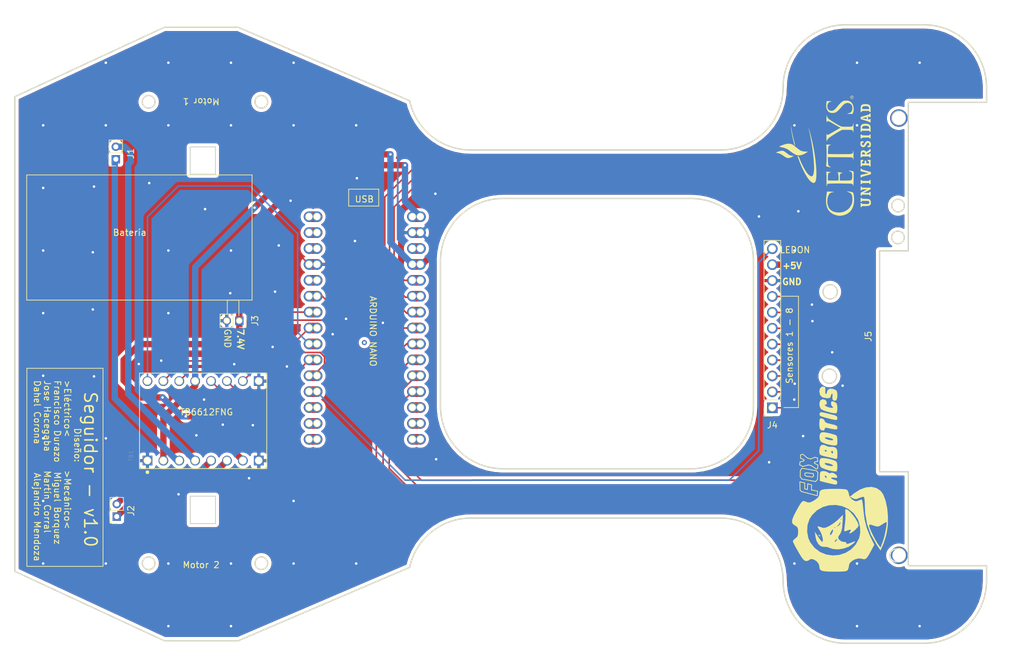
<source format=kicad_pcb>
(kicad_pcb (version 20171130) (host pcbnew "(5.1.6)-1")
  (layers (0 F.Cu signal) (31 B.Cu signal) (34 B.Paste user) (35 F.Paste user) (36 B.SilkS user) (37 F.SilkS user) (38 B.Mask user) (39 F.Mask user) (44 Edge.Cuts user))
  (net 0 "")
  (net 1 "Net-(A1-Pad3)")
  (net 2 "Net-(A1-Pad5)")
  (net 3 "Net-(A1-Pad13)")
  (net 4 "Net-(A1-Pad1)")
  (net 5 GND)
  (net 6 "Net-(A1-Pad14)")
  (net 7 "Net-(A1-Pad2)")
  (net 8 "Net-(A1-Pad15)")
  (net 9 "Net-(A1-Pad28)")
  (net 10 +5V)
  (net 11 "Net-(A1-Pad26)")
  (net 12 "Net-(A1-Pad25)")
  (net 13 "Net-(A1-Pad24)")
  (net 14 "Net-(A1-Pad23)")
  (net 15 "Net-(A1-Pad22)")
  (net 16 "Net-(A1-Pad21)")
  (net 17 "Net-(A1-Pad20)")
  (net 18 "Net-(A1-Pad19)")
  (net 19 "Net-(A1-Pad18)")
  (net 20 "Net-(A1-Pad17)")
  (net 21 "Net-(A1-Pad16)")
  (net 22 "Net-(J1-Pad2)")
  (net 23 "Net-(J1-Pad1)")
  (net 24 "Net-(J2-Pad1)")
  (net 25 "Net-(J2-Pad2)")
  (net 26 VCC)
  (net 27 "Net-(J5-Pad2)")
  (net 28 "Net-(J5-Pad1)")
  (net 29 /AIN1)
  (net 30 /BIN2)
  (net 31 /LEDON)
  (net 32 /AIN2)
  (net 33 /PWMA)
  (net 34 /PWMB)
  (net 35 /BIN1)
  (module Seguidor:foxrobotics2 (layer F.Cu) (at 206.18704 107.4039 90)
    (fp_text reference G*** hide)
    (fp_text value LOGO hide)
  )
  (module Seguidor:CETYS (layer F.Cu) (at 204.61 54.86 90)
    (fp_text reference G*** hide)
    (fp_text value LOGO hide)
  )
  (module Seguidor:NANO_33_Socket_Castell (layer F.Cu) (at 131.37 82.38 270)
    (fp_text reference A1)
    (fp_text value Arduino_Nano_v2.x)
    (pad 11 smd oval (at 7.62 8.255) (size 3 1.7) (layers F.Cu F.Mask) (net 30 /BIN2))
    (pad 12 thru_hole circle (at 10.16 8.89) (size 1.7 1.7) (drill 1) (layers *.Cu *.Mask) (net 31 /LEDON))
    (pad 3 smd oval (at -12.7 8.255) (size 3 1.7) (layers F.Cu F.Mask) (net 1 "Net-(A1-Pad3)"))
    (pad 5 smd oval (at -7.62 8.255) (size 3 1.7) (layers F.Cu F.Mask) (net 2 "Net-(A1-Pad5)"))
    (pad 13 smd oval (at 12.7 8.255) (size 3 1.7) (layers F.Cu F.Mask) (net 3 "Net-(A1-Pad13)"))
    (pad 12 smd oval (at 10.16 8.255) (size 3 1.7) (layers F.Cu F.Mask) (net 31 /LEDON))
    (pad 7 thru_hole circle (at -2.54 8.89) (size 1.7 1.7) (drill 1) (layers *.Cu *.Mask) (net 32 /AIN2))
    (pad 13 thru_hole oval (at 12.7 7.62) (size 1.7 1.7) (drill 1) (layers *.Cu *.Mask) (net 3 "Net-(A1-Pad13)"))
    (pad 1 thru_hole circle (at -17.78 8.89) (size 1.7 1.7) (drill 1) (layers *.Cu *.Mask) (net 4 "Net-(A1-Pad1)"))
    (pad 9 thru_hole oval (at 2.54 7.62) (size 1.7 1.7) (drill 1) (layers *.Cu *.Mask) (net 33 /PWMA))
    (pad 8 thru_hole oval (at 0 7.62) (size 1.7 1.7) (drill 1) (layers *.Cu *.Mask) (net 34 /PWMB))
    (pad 4 thru_hole circle (at -10.16 8.89) (size 1.7 1.7) (drill 1) (layers *.Cu *.Mask) (net 5 GND))
    (pad 8 thru_hole circle (at 0 8.89) (size 1.7 1.7) (drill 1) (layers *.Cu *.Mask) (net 34 /PWMB))
    (pad 9 thru_hole circle (at 2.54 8.89) (size 1.7 1.7) (drill 1) (layers *.Cu *.Mask) (net 33 /PWMA))
    (pad 1 smd oval (at -17.78 8.255) (size 3 1.7) (layers F.Cu F.Mask) (net 4 "Net-(A1-Pad1)"))
    (pad 14 smd oval (at 15.24 8.255) (size 3 1.7) (layers F.Cu F.Mask) (net 6 "Net-(A1-Pad14)"))
    (pad 6 thru_hole circle (at -5.08 8.89) (size 1.7 1.7) (drill 1) (layers *.Cu *.Mask) (net 29 /AIN1))
    (pad 10 thru_hole circle (at 5.08 8.89) (size 1.7 1.7) (drill 1) (layers *.Cu *.Mask) (net 35 /BIN1))
    (pad 7 thru_hole oval (at -2.54 7.62) (size 1.7 1.7) (drill 1) (layers *.Cu *.Mask) (net 32 /AIN2))
    (pad 4 smd oval (at -10.16 8.255) (size 3 1.7) (layers F.Cu F.Mask) (net 5 GND))
    (pad 10 thru_hole oval (at 5.08 7.62) (size 1.7 1.7) (drill 1) (layers *.Cu *.Mask) (net 35 /BIN1))
    (pad 11 thru_hole oval (at 7.62 7.62) (size 1.7 1.7) (drill 1) (layers *.Cu *.Mask) (net 30 /BIN2))
    (pad 10 smd oval (at 5.08 8.255) (size 3 1.7) (layers F.Cu F.Mask) (net 35 /BIN1))
    (pad 9 smd oval (at 2.54 8.255) (size 3 1.7) (layers F.Cu F.Mask) (net 33 /PWMA))
    (pad 11 thru_hole circle (at 7.62 8.89) (size 1.7 1.7) (drill 1) (layers *.Cu *.Mask) (net 30 /BIN2))
    (pad 6 thru_hole oval (at -5.08 7.62) (size 1.7 1.7) (drill 1) (layers *.Cu *.Mask) (net 29 /AIN1))
    (pad 14 thru_hole oval (at 15.24 7.62) (size 1.7 1.7) (drill 1) (layers *.Cu *.Mask) (net 6 "Net-(A1-Pad14)"))
    (pad 5 thru_hole oval (at -7.62 7.62) (size 1.7 1.7) (drill 1) (layers *.Cu *.Mask) (net 2 "Net-(A1-Pad5)"))
    (pad 4 thru_hole oval (at -10.16 7.62) (size 1.7 1.7) (drill 1) (layers *.Cu *.Mask) (net 5 GND))
    (pad 3 thru_hole oval (at -12.7 7.62) (size 1.7 1.7) (drill 1) (layers *.Cu *.Mask) (net 1 "Net-(A1-Pad3)"))
    (pad 2 thru_hole oval (at -15.24 7.62) (size 1.7 1.7) (drill 1) (layers *.Cu *.Mask) (net 7 "Net-(A1-Pad2)"))
    (pad 1 thru_hole circle (at -17.78 7.62) (size 1.7 1.7) (drill 1) (layers *.Cu *.Mask) (net 4 "Net-(A1-Pad1)"))
    (pad 7 smd oval (at -2.54 8.255) (size 3 1.7) (layers F.Cu F.Mask) (net 32 /AIN2))
    (pad 15 thru_hole oval (at 17.78 7.62) (size 1.7 1.7) (drill 1) (layers *.Cu *.Mask) (net 8 "Net-(A1-Pad15)"))
    (pad 6 smd oval (at -5.08 8.255) (size 3 1.7) (layers F.Cu F.Mask) (net 29 /AIN1))
    (pad 12 thru_hole oval (at 10.16 7.62) (size 1.7 1.7) (drill 1) (layers *.Cu *.Mask) (net 31 /LEDON))
    (pad 14 thru_hole circle (at 15.24 8.89) (size 1.7 1.7) (drill 1) (layers *.Cu *.Mask) (net 6 "Net-(A1-Pad14)"))
    (pad 5 thru_hole circle (at -7.62 8.89) (size 1.7 1.7) (drill 1) (layers *.Cu *.Mask) (net 2 "Net-(A1-Pad5)"))
    (pad 15 thru_hole circle (at 17.78 8.89) (size 1.7 1.7) (drill 1) (layers *.Cu *.Mask) (net 8 "Net-(A1-Pad15)"))
    (pad 8 smd oval (at 0 8.255) (size 3 1.7) (layers F.Cu F.Mask) (net 34 /PWMB))
    (pad 15 smd oval (at 17.78 8.255) (size 3 1.7) (layers F.Cu F.Mask) (net 8 "Net-(A1-Pad15)"))
    (pad 2 smd oval (at -15.24 8.255) (size 3 1.7) (layers F.Cu F.Mask) (net 7 "Net-(A1-Pad2)"))
    (pad 2 thru_hole circle (at -15.24 8.89) (size 1.7 1.7) (drill 1) (layers *.Cu *.Mask) (net 7 "Net-(A1-Pad2)"))
    (pad 13 thru_hole circle (at 12.7 8.89) (size 1.7 1.7) (drill 1) (layers *.Cu *.Mask) (net 3 "Net-(A1-Pad13)"))
    (pad 3 thru_hole circle (at -12.7 8.89) (size 1.7 1.7) (drill 1) (layers *.Cu *.Mask) (net 1 "Net-(A1-Pad3)"))
    (pad 30 smd oval (at -17.78 -8.255 180) (size 3 1.7) (layers F.Cu F.Mask) (net 26 VCC))
    (pad 29 smd oval (at -15.24 -8.255 180) (size 3 1.7) (layers F.Cu F.Mask) (net 5 GND))
    (pad 28 smd oval (at -12.7 -8.255 180) (size 3 1.7) (layers F.Cu F.Mask) (net 9 "Net-(A1-Pad28)"))
    (pad 27 smd oval (at -10.16 -8.255 180) (size 3 1.7) (layers F.Cu F.Mask) (net 10 +5V))
    (pad 26 smd oval (at -7.62 -8.255 180) (size 3 1.7) (layers F.Cu F.Mask) (net 11 "Net-(A1-Pad26)"))
    (pad 25 smd oval (at -5.08 -8.255 180) (size 3 1.7) (layers F.Cu F.Mask) (net 12 "Net-(A1-Pad25)"))
    (pad 24 smd oval (at -2.54 -8.255 180) (size 3 1.7) (layers F.Cu F.Mask) (net 13 "Net-(A1-Pad24)"))
    (pad 23 smd oval (at 0 -8.255 180) (size 3 1.7) (layers F.Cu F.Mask) (net 14 "Net-(A1-Pad23)"))
    (pad 22 smd oval (at 2.54 -8.255 180) (size 3 1.7) (layers F.Cu F.Mask) (net 15 "Net-(A1-Pad22)"))
    (pad 21 smd oval (at 5.08 -8.255 180) (size 3 1.7) (layers F.Cu F.Mask) (net 16 "Net-(A1-Pad21)"))
    (pad 20 smd oval (at 7.62 -8.255 180) (size 3 1.7) (layers F.Cu F.Mask) (net 17 "Net-(A1-Pad20)"))
    (pad 19 smd oval (at 10.16 -8.255 180) (size 3 1.7) (layers F.Cu F.Mask) (net 18 "Net-(A1-Pad19)"))
    (pad 18 smd oval (at 12.7 -8.255 180) (size 3 1.7) (layers F.Cu F.Mask) (net 19 "Net-(A1-Pad18)"))
    (pad 17 smd oval (at 15.24 -8.255 180) (size 3 1.7) (layers F.Cu F.Mask) (net 20 "Net-(A1-Pad17)"))
    (pad 29 thru_hole circle (at -15.24 -8.89 180) (size 1.7 1.7) (drill 1) (layers *.Cu *.Mask) (net 5 GND))
    (pad 30 thru_hole circle (at -17.78 -8.89 180) (size 1.7 1.7) (drill 1) (layers *.Cu *.Mask) (net 26 VCC))
    (pad 28 thru_hole circle (at -12.7 -8.89 180) (size 1.7 1.7) (drill 1) (layers *.Cu *.Mask) (net 9 "Net-(A1-Pad28)"))
    (pad 25 thru_hole circle (at -5.08 -8.89 180) (size 1.7 1.7) (drill 1) (layers *.Cu *.Mask) (net 12 "Net-(A1-Pad25)"))
    (pad 27 thru_hole circle (at -10.16 -8.89 180) (size 1.7 1.7) (drill 1) (layers *.Cu *.Mask) (net 10 +5V))
    (pad 26 thru_hole circle (at -7.62 -8.89 180) (size 1.7 1.7) (drill 1) (layers *.Cu *.Mask) (net 11 "Net-(A1-Pad26)"))
    (pad 23 thru_hole circle (at 0 -8.89 180) (size 1.7 1.7) (drill 1) (layers *.Cu *.Mask) (net 14 "Net-(A1-Pad23)"))
    (pad 24 thru_hole circle (at -2.54 -8.89 180) (size 1.7 1.7) (drill 1) (layers *.Cu *.Mask) (net 13 "Net-(A1-Pad24)"))
    (pad 22 thru_hole circle (at 2.54 -8.89 180) (size 1.7 1.7) (drill 1) (layers *.Cu *.Mask) (net 15 "Net-(A1-Pad22)"))
    (pad 20 thru_hole circle (at 7.62 -8.89 180) (size 1.7 1.7) (drill 1) (layers *.Cu *.Mask) (net 17 "Net-(A1-Pad20)"))
    (pad 21 thru_hole circle (at 5.08 -8.89 180) (size 1.7 1.7) (drill 1) (layers *.Cu *.Mask) (net 16 "Net-(A1-Pad21)"))
    (pad 19 thru_hole circle (at 10.16 -8.89 180) (size 1.7 1.7) (drill 1) (layers *.Cu *.Mask) (net 18 "Net-(A1-Pad19)"))
    (pad 18 thru_hole circle (at 12.7 -8.89 180) (size 1.7 1.7) (drill 1) (layers *.Cu *.Mask) (net 19 "Net-(A1-Pad18)"))
    (pad 17 thru_hole circle (at 15.24 -8.89 180) (size 1.7 1.7) (drill 1) (layers *.Cu *.Mask) (net 20 "Net-(A1-Pad17)"))
    (pad 16 smd oval (at 17.78 -8.255 180) (size 3 1.7) (layers F.Cu F.Mask) (net 21 "Net-(A1-Pad16)"))
    (pad 16 thru_hole circle (at 17.78 -8.89 180) (size 1.7 1.7) (drill 1) (layers *.Cu *.Mask) (net 21 "Net-(A1-Pad16)"))
    (pad 16 thru_hole circle (at 17.78 -7.62 180) (size 1.7 1.7) (drill 1) (layers *.Cu *.Mask) (net 21 "Net-(A1-Pad16)"))
    (pad 17 thru_hole oval (at 15.24 -7.62 180) (size 1.7 1.7) (drill 1) (layers *.Cu *.Mask) (net 20 "Net-(A1-Pad17)"))
    (pad 18 thru_hole oval (at 12.7 -7.62 180) (size 1.7 1.7) (drill 1) (layers *.Cu *.Mask) (net 19 "Net-(A1-Pad18)"))
    (pad 19 thru_hole oval (at 10.16 -7.62 180) (size 1.7 1.7) (drill 1) (layers *.Cu *.Mask) (net 18 "Net-(A1-Pad19)"))
    (pad 20 thru_hole oval (at 7.62 -7.62 180) (size 1.7 1.7) (drill 1) (layers *.Cu *.Mask) (net 17 "Net-(A1-Pad20)"))
    (pad 21 thru_hole oval (at 5.08 -7.62 180) (size 1.7 1.7) (drill 1) (layers *.Cu *.Mask) (net 16 "Net-(A1-Pad21)"))
    (pad 22 thru_hole oval (at 2.54 -7.62 180) (size 1.7 1.7) (drill 1) (layers *.Cu *.Mask) (net 15 "Net-(A1-Pad22)"))
    (pad 23 thru_hole oval (at 0 -7.62 180) (size 1.7 1.7) (drill 1) (layers *.Cu *.Mask) (net 14 "Net-(A1-Pad23)"))
    (pad 24 thru_hole oval (at -2.54 -7.62 180) (size 1.7 1.7) (drill 1) (layers *.Cu *.Mask) (net 13 "Net-(A1-Pad24)"))
    (pad 25 thru_hole oval (at -5.08 -7.62 180) (size 1.7 1.7) (drill 1) (layers *.Cu *.Mask) (net 12 "Net-(A1-Pad25)"))
    (pad 26 thru_hole oval (at -7.62 -7.62 180) (size 1.7 1.7) (drill 1) (layers *.Cu *.Mask) (net 11 "Net-(A1-Pad26)"))
    (pad 27 thru_hole oval (at -10.16 -7.62 180) (size 1.7 1.7) (drill 1) (layers *.Cu *.Mask) (net 10 +5V))
    (pad 28 thru_hole oval (at -12.7 -7.62 180) (size 1.7 1.7) (drill 1) (layers *.Cu *.Mask) (net 9 "Net-(A1-Pad28)"))
    (pad 29 thru_hole oval (at -15.24 -7.62 180) (size 1.7 1.7) (drill 1) (layers *.Cu *.Mask) (net 5 GND))
    (pad 30 thru_hole oval (at -17.78 -7.62 180) (size 1.7 1.7) (drill 1) (layers *.Cu *.Mask) (net 26 VCC))
  )
  (module Connector_PinSocket_2.00mm:PinSocket_1x02_P2.00mm_Vertical (layer F.Cu) (at 91.6 55.42 180)
    (fp_text reference J1 (at -2.39 0.91 270) (layer F.SilkS))
    (fp_text value "Motor 1")
    (pad 2 thru_hole oval (at 0 2 180) (size 1.35 1.35) (drill 0.8) (layers *.Cu *.Mask) (net 22 "Net-(J1-Pad2)"))
    (pad 1 thru_hole rect (at 0 0 180) (size 1.35 1.35) (drill 0.8) (layers *.Cu *.Mask) (net 23 "Net-(J1-Pad1)"))
  )
  (module Connector_PinSocket_2.00mm:PinSocket_1x02_P2.00mm_Vertical (layer F.Cu) (at 91.75 112.5 180)
    (fp_text reference J2 (at -2.27 0.93 90) (layer F.SilkS))
    (fp_text value "Motor 2")
    (pad 1 thru_hole rect (at 0 0 180) (size 1.35 1.35) (drill 0.8) (layers *.Cu *.Mask) (net 24 "Net-(J2-Pad1)"))
    (pad 2 thru_hole oval (at 0 2 180) (size 1.35 1.35) (drill 0.8) (layers *.Cu *.Mask) (net 25 "Net-(J2-Pad2)"))
  )
  (module Connector_PinSocket_2.00mm:PinSocket_1x02_P2.00mm_Vertical (layer F.Cu) (at 111.33 81.23 270)
    (fp_text reference J3 (at 0 -2.5 270) (layer F.SilkS))
    (fp_text value Batería)
    (pad 1 thru_hole rect (at 0 0 270) (size 1.35 1.35) (drill 0.8) (layers *.Cu *.Mask) (net 26 VCC))
    (pad 2 thru_hole oval (at 0 2 270) (size 1.35 1.35) (drill 0.8) (layers *.Cu *.Mask) (net 5 GND))
  )
  (module Connector_PinSocket_2.54mm:PinSocket_1x11_P2.54mm_Vertical (layer F.Cu) (at 196.48 95.12 180)
    (fp_text reference J4 (at 0 -2.77) (layer F.SilkS))
    (fp_text value "Sensor QTR")
    (pad 1 thru_hole rect (at 0 0 180) (size 1.7 1.7) (drill 1) (layers *.Cu *.Mask) (net 18 "Net-(A1-Pad19)"))
    (pad 2 thru_hole oval (at 0 2.54 180) (size 1.7 1.7) (drill 1) (layers *.Cu *.Mask) (net 17 "Net-(A1-Pad20)"))
    (pad 3 thru_hole oval (at 0 5.08 180) (size 1.7 1.7) (drill 1) (layers *.Cu *.Mask) (net 16 "Net-(A1-Pad21)"))
    (pad 4 thru_hole oval (at 0 7.62 180) (size 1.7 1.7) (drill 1) (layers *.Cu *.Mask) (net 15 "Net-(A1-Pad22)"))
    (pad 5 thru_hole oval (at 0 10.16 180) (size 1.7 1.7) (drill 1) (layers *.Cu *.Mask) (net 14 "Net-(A1-Pad23)"))
    (pad 6 thru_hole oval (at 0 12.7 180) (size 1.7 1.7) (drill 1) (layers *.Cu *.Mask) (net 13 "Net-(A1-Pad24)"))
    (pad 7 thru_hole oval (at 0 15.24 180) (size 1.7 1.7) (drill 1) (layers *.Cu *.Mask) (net 12 "Net-(A1-Pad25)"))
    (pad 8 thru_hole oval (at 0 17.78 180) (size 1.7 1.7) (drill 1) (layers *.Cu *.Mask) (net 11 "Net-(A1-Pad26)"))
    (pad 9 thru_hole oval (at 0 20.32 180) (size 1.7 1.7) (drill 1) (layers *.Cu *.Mask) (net 5 GND))
    (pad 10 thru_hole oval (at 0 22.86 180) (size 1.7 1.7) (drill 1) (layers *.Cu *.Mask) (net 10 +5V))
    (pad 11 thru_hole oval (at 0 25.4 180) (size 1.7 1.7) (drill 1) (layers *.Cu *.Mask) (net 31 /LEDON))
  )
  (module Seguidor:SHIELD_POLOLU-713 (layer F.Cu) (at 105.55 97.21 90)
    (fp_text reference TB1 (at -5.576673 -11.524334 90) (layer F.SilkS) (effects (font (size 0.640998 0.640998) (thickness 0.015))))
    (fp_text value POLOLU-713)
    (pad 1 thru_hole rect (at -6.35 -8.89 90) (size 1.56 1.56) (drill 1.04) (layers *.Cu *.Mask) (net 5 GND))
    (pad 2 thru_hole circle (at -6.35 -6.35 90) (size 1.56 1.56) (drill 1.04) (layers *.Cu *.Mask) (net 10 +5V))
    (pad 3 thru_hole circle (at -6.35 -3.81 90) (size 1.56 1.56) (drill 1.04) (layers *.Cu *.Mask) (net 23 "Net-(J1-Pad1)"))
    (pad 4 thru_hole circle (at -6.35 -1.27 90) (size 1.56 1.56) (drill 1.04) (layers *.Cu *.Mask) (net 22 "Net-(J1-Pad2)"))
    (pad 5 thru_hole circle (at -6.35 1.27 90) (size 1.56 1.56) (drill 1.04) (layers *.Cu *.Mask) (net 25 "Net-(J2-Pad2)"))
    (pad 6 thru_hole circle (at -6.35 3.81 90) (size 1.56 1.56) (drill 1.04) (layers *.Cu *.Mask) (net 24 "Net-(J2-Pad1)"))
    (pad 7 thru_hole circle (at -6.35 6.35 90) (size 1.56 1.56) (drill 1.04) (layers *.Cu *.Mask) (net 26 VCC))
    (pad 8 thru_hole rect (at -6.35 8.89 90) (size 1.56 1.56) (drill 1.04) (layers *.Cu *.Mask) (net 5 GND))
    (pad 9 thru_hole rect (at 6.35 8.89 90) (size 1.56 1.56) (drill 1.04) (layers *.Cu *.Mask) (net 5 GND))
    (pad 10 thru_hole circle (at 6.35 6.35 90) (size 1.56 1.56) (drill 1.04) (layers *.Cu *.Mask) (net 34 /PWMB))
    (pad 11 thru_hole circle (at 6.35 3.81 90) (size 1.56 1.56) (drill 1.04) (layers *.Cu *.Mask) (net 30 /BIN2))
    (pad 12 thru_hole circle (at 6.35 1.27 90) (size 1.56 1.56) (drill 1.04) (layers *.Cu *.Mask) (net 35 /BIN1))
    (pad 13 thru_hole circle (at 6.35 -1.27 90) (size 1.56 1.56) (drill 1.04) (layers *.Cu *.Mask) (net 10 +5V))
    (pad 14 thru_hole circle (at 6.35 -3.81 90) (size 1.56 1.56) (drill 1.04) (layers *.Cu *.Mask) (net 29 /AIN1))
    (pad 15 thru_hole circle (at 6.35 -6.35 90) (size 1.56 1.56) (drill 1.04) (layers *.Cu *.Mask) (net 32 /AIN2))
    (pad 16 thru_hole circle (at 6.35 -8.89 90) (size 1.56 1.56) (drill 1.04) (layers *.Cu *.Mask) (net 33 /PWMA))
  )
  (module Seguidor:QTR8A_Drill (layer F.Cu) (at 216.69 83.765 270)
    (fp_text reference J5 (at -0.04 4.88 90) (layer F.SilkS))
    (fp_text value "Montaje qtr")
    (pad 2 thru_hole circle (at 34.925 0 270) (size 2.8 2.8) (drill 2.1) (layers *.Cu *.Mask) (net 27 "Net-(J5-Pad2)"))
    (pad 1 thru_hole circle (at -34.925 0 270) (size 2.8 2.8) (drill 2.1) (layers *.Cu *.Mask) (net 28 "Net-(J5-Pad1)"))
  )
  (gr_line (start 128.8 62.9) (end 128.8 60.2) (layer F.SilkS) (width 0.12))
  (gr_line (start 133.6 62.9) (end 128.8 62.9) (layer F.SilkS) (width 0.12))
  (gr_line (start 133.6 60.2) (end 133.6 62.9) (layer F.SilkS) (width 0.12))
  (gr_line (start 128.8 60.2) (end 133.6 60.2) (layer F.SilkS) (width 0.12))
  (gr_text USB (at 131.3 61.8) (layer F.SilkS) (effects (font (size 1 1))))
  (gr_line (start 103.5 113.62) (end 103.5 109.25) (layer Edge.Cuts) (width 0.15))
  (gr_line (start 103.5 109.25) (end 107.52 109.25) (layer Edge.Cuts) (width 0.15))
  (gr_line (start 107.52 109.25) (end 107.52 113.62) (layer Edge.Cuts) (width 0.15))
  (gr_line (start 107.52 113.62) (end 103.5 113.62) (layer Edge.Cuts) (width 0.15))
  (gr_line (start 107.51 57.81) (end 103.49 57.81) (layer Edge.Cuts) (width 0.15))
  (gr_line (start 107.51 53.44) (end 107.51 57.81) (layer Edge.Cuts) (width 0.15))
  (gr_line (start 103.49 53.44) (end 107.51 53.44) (layer Edge.Cuts) (width 0.15))
  (gr_line (start 103.49 57.81) (end 103.49 53.44) (layer Edge.Cuts) (width 0.15))
  (gr_text "ARDUINO NANO\n" (at 132.68452 82.89544 270) (layer F.SilkS) (effects (font (size 1 1))))
  (gr_circle (center 205.591019 90.079592) (end 206.741019 90.079592) (layer Edge.Cuts) (width 0.2))
  (gr_line (start 75.461021 121.236344) (end 99.321021 132.321652) (layer F.SilkS) (width 0.2))
  (gr_arc (start 208.178993 122.716966) (end 198.178993 122.716965) (angle -90.00000458) (layer F.SilkS) (width 0.2))
  (gr_arc (start 216.621481 48.834706) (end 215.752101 48.308936) (angle -101.7441869) (layer F.SilkS) (width 0.2))
  (gr_arc (start 216.671019 48.816961) (end 216.283673 49.792903) (angle -262.7117805) (layer F.SilkS) (width 0.2))
  (gr_circle (center 196.461019 74.776961) (end 196.961019 74.776961) (layer F.SilkS) (width 0.2))
  (gr_line (start 193.446662 94.846964) (end 193.446662 71.666653) (layer F.SilkS) (width 0.2))
  (gr_arc (start 183.446662 71.666653) (end 193.446662 71.666653) (angle -90) (layer F.SilkS) (width 0.2))
  (gr_circle (center 205.711365 76.591653) (end 206.861365 76.591653) (layer F.SilkS) (width 0.2))
  (gr_arc (start 183.446662 94.846964) (end 183.446662 104.846964) (angle -90) (layer F.SilkS) (width 0.2))
  (gr_arc (start 153.446662 71.666653) (end 153.446662 61.666653) (angle -90) (layer F.SilkS) (width 0.2))
  (gr_line (start 99.321021 34.321653) (end 75.461021 45.406961) (layer F.SilkS) (width 0.2))
  (gr_arc (start 216.259559 118.683767) (end 216.338899 117.67087) (angle -193.6357572) (layer F.SilkS) (width 0.2))
  (gr_arc (start 216.671019 118.66696) (end 216.421245 119.686819) (angle -212.2010793) (layer F.SilkS) (width 0.2))
  (gr_line (start 111.131021 132.321652) (end 138.523302 120.586964) (layer F.SilkS) (width 0.2))
  (gr_line (start 99.321021 132.321652) (end 111.131021 132.321652) (layer F.SilkS) (width 0.2))
  (gr_line (start 75.461021 45.406961) (end 75.461021 121.236344) (layer F.SilkS) (width 0.2))
  (gr_line (start 138.523302 46.056342) (end 111.131021 34.321653) (layer F.SilkS) (width 0.2))
  (gr_line (start 213.591019 105.321652) (end 213.591019 70.036961) (layer F.SilkS) (width 0.2))
  (gr_line (start 188.178993 53.926342) (end 148.293824 53.926342) (layer F.SilkS) (width 0.2))
  (gr_line (start 230.678993 46.321653) (end 230.678993 43.926342) (layer F.SilkS) (width 0.2))
  (gr_circle (center 196.461019 79.856961) (end 196.961019 79.856961) (layer F.SilkS) (width 0.2))
  (gr_line (start 218.178992 46.321653) (end 230.678993 46.321653) (layer F.SilkS) (width 0.2))
  (gr_circle (center 122.46102 74.736961) (end 122.96102 74.736961) (layer F.SilkS) (width 0.2))
  (gr_line (start 208.178993 132.716966) (end 220.678993 132.716966) (layer F.SilkS) (width 0.2))
  (gr_line (start 218.178992 120.321652) (end 218.178992 105.321652) (layer F.SilkS) (width 0.2))
  (gr_circle (center 196.461019 87.47696) (end 196.961019 87.47696) (layer F.SilkS) (width 0.2))
  (gr_circle (center 205.591019 90.051652) (end 206.741019 90.051652) (layer F.SilkS) (width 0.2))
  (gr_line (start 213.591019 70.036961) (end 218.178992 70.036961) (layer F.SilkS) (width 0.2))
  (gr_circle (center 138.97102 69.656961) (end 139.47102 69.656961) (layer F.SilkS) (width 0.2))
  (gr_circle (center 114.42102 90.83696) (end 114.94102 90.83696) (layer F.SilkS) (width 0.2))
  (gr_circle (center 196.461019 82.396961) (end 196.961019 82.396961) (layer F.SilkS) (width 0.2))
  (gr_line (start 230.678992 122.716967) (end 230.678992 120.321652) (layer F.SilkS) (width 0.2))
  (gr_line (start 183.446662 61.666653) (end 153.446662 61.666653) (layer F.SilkS) (width 0.2))
  (gr_circle (center 111.31102 81.206961) (end 111.71102 81.206961) (layer F.SilkS) (width 0.2))
  (gr_circle (center 122.46102 89.97696) (end 122.96102 89.97696) (layer F.SilkS) (width 0.2))
  (gr_line (start 143.446663 71.666653) (end 143.446663 94.846964) (layer F.SilkS) (width 0.2))
  (gr_circle (center 122.46102 79.816961) (end 122.96102 79.816961) (layer F.SilkS) (width 0.2))
  (gr_arc (start 220.678993 43.926342) (end 230.678993 43.926342) (angle -90) (layer F.SilkS) (width 0.2))
  (gr_arc (start 188.178993 122.716964) (end 198.178993 122.716965) (angle -90.00000458) (layer F.SilkS) (width 0.2))
  (gr_circle (center 196.461019 90.01696) (end 196.961019 90.01696) (layer F.SilkS) (width 0.2))
  (gr_arc (start 148.293824 122.716964) (end 148.293824 112.716964) (angle -77.70178191) (layer F.SilkS) (width 0.2))
  (gr_circle (center 216.543673 62.804489) (end 217.559673 62.804489) (layer F.SilkS) (width 0.2))
  (gr_arc (start 148.293824 43.926342) (end 138.523302 46.056342) (angle -77.70178191) (layer F.SilkS) (width 0.2))
  (gr_line (start 220.678993 33.926342) (end 208.178993 33.926342) (layer F.SilkS) (width 0.2))
  (gr_circle (center 196.461019 72.236961) (end 196.961019 72.236961) (layer F.SilkS) (width 0.2))
  (gr_arc (start 188.178993 43.926342) (end 188.178993 53.926342) (angle -90) (layer F.SilkS) (width 0.2))
  (gr_line (start 148.293824 112.716964) (end 188.178993 112.716964) (layer F.SilkS) (width 0.2))
  (gr_circle (center 196.461019 77.316961) (end 196.961019 77.316961) (layer F.SilkS) (width 0.2))
  (gr_arc (start 208.178993 43.926342) (end 208.178993 33.926342) (angle -90) (layer F.SilkS) (width 0.2))
  (gr_arc (start 220.678993 122.716967) (end 220.678993 132.716966) (angle -90) (layer F.SilkS) (width 0.2))
  (gr_arc (start 153.446662 94.846964) (end 143.446663 94.846964) (angle -90) (layer F.SilkS) (width 0.2))
  (gr_line (start 111.131021 34.321653) (end 99.321021 34.321653) (layer F.SilkS) (width 0.2))
  (gr_circle (center 196.461019 69.696961) (end 196.961019 69.696961) (layer F.SilkS) (width 0.2))
  (gr_circle (center 216.519275 67.884432) (end 217.535275 67.884432) (layer F.SilkS) (width 0.2))
  (gr_line (start 218.178992 70.036961) (end 218.178992 46.321653) (layer F.SilkS) (width 0.2))
  (gr_line (start 218.178992 105.321652) (end 213.591019 105.321652) (layer F.SilkS) (width 0.2))
  (gr_circle (center 122.46102 77.276961) (end 122.96102 77.276961) (layer F.SilkS) (width 0.2))
  (gr_line (start 230.678992 120.321652) (end 218.178992 120.321652) (layer F.SilkS) (width 0.2))
  (gr_circle (center 196.461019 84.93696) (end 196.961019 84.93696) (layer F.SilkS) (width 0.2))
  (gr_circle (center 111.88102 90.83696) (end 112.40102 90.83696) (layer F.SilkS) (width 0.2))
  (gr_line (start 153.446662 104.846964) (end 183.446662 104.846964) (layer F.SilkS) (width 0.2))
  (gr_circle (center 122.46102 84.89696) (end 122.96102 84.89696) (layer F.SilkS) (width 0.2))
  (gr_circle (center 122.46102 87.43696) (end 122.96102 87.43696) (layer F.SilkS) (width 0.2))
  (gr_circle (center 123.73102 77.276961) (end 124.23102 77.276961) (layer F.SilkS) (width 0.2))
  (gr_circle (center 123.73102 82.356961) (end 124.23102 82.356961) (layer F.SilkS) (width 0.2))
  (gr_circle (center 138.97102 77.276961) (end 139.47102 77.276961) (layer F.SilkS) (width 0.2))
  (gr_circle (center 122.46102 82.356961) (end 122.96102 82.356961) (layer F.SilkS) (width 0.2))
  (gr_circle (center 138.97102 87.43696) (end 139.47102 87.43696) (layer F.SilkS) (width 0.2))
  (gr_circle (center 138.97102 84.89696) (end 139.47102 84.89696) (layer F.SilkS) (width 0.2))
  (gr_circle (center 138.97102 82.356961) (end 139.47102 82.356961) (layer F.SilkS) (width 0.2))
  (gr_circle (center 138.97102 74.736961) (end 139.47102 74.736961) (layer F.SilkS) (width 0.2))
  (gr_circle (center 138.97102 79.816961) (end 139.47102 79.816961) (layer F.SilkS) (width 0.2))
  (gr_circle (center 123.73102 84.89696) (end 124.23102 84.89696) (layer F.SilkS) (width 0.2))
  (gr_circle (center 123.73102 69.656961) (end 124.23102 69.656961) (layer F.SilkS) (width 0.2))
  (gr_circle (center 123.73102 79.816961) (end 124.23102 79.816961) (layer F.SilkS) (width 0.2))
  (gr_circle (center 123.73102 74.736961) (end 124.23102 74.736961) (layer F.SilkS) (width 0.2))
  (gr_circle (center 123.73102 87.43696) (end 124.23102 87.43696) (layer F.SilkS) (width 0.2))
  (gr_circle (center 122.46102 69.656961) (end 122.96102 69.656961) (layer F.SilkS) (width 0.2))
  (gr_circle (center 138.97102 89.97696) (end 139.47102 89.97696) (layer F.SilkS) (width 0.2))
  (gr_circle (center 123.73102 89.97696) (end 124.23102 89.97696) (layer F.SilkS) (width 0.2))
  (gr_circle (center 123.73102 72.196961) (end 124.23102 72.196961) (layer F.SilkS) (width 0.2))
  (gr_circle (center 122.46102 72.196961) (end 122.96102 72.196961) (layer F.SilkS) (width 0.2))
  (gr_circle (center 138.97102 72.196961) (end 139.47102 72.196961) (layer F.SilkS) (width 0.2))
  (gr_circle (center 138.97102 64.576961) (end 139.47102 64.576961) (layer F.SilkS) (width 0.2))
  (gr_circle (center 123.73102 64.576961) (end 124.23102 64.576961) (layer F.SilkS) (width 0.2))
  (gr_circle (center 138.97102 67.116961) (end 139.47102 67.116961) (layer F.SilkS) (width 0.2))
  (gr_circle (center 140.24102 82.356961) (end 140.74102 82.356961) (layer F.SilkS) (width 0.2))
  (gr_circle (center 122.46102 67.116961) (end 122.96102 67.116961) (layer F.SilkS) (width 0.2))
  (gr_circle (center 140.24102 69.656961) (end 140.74102 69.656961) (layer F.SilkS) (width 0.2))
  (gr_circle (center 122.46102 64.576961) (end 122.96102 64.576961) (layer F.SilkS) (width 0.2))
  (gr_circle (center 140.24102 72.196961) (end 140.74102 72.196961) (layer F.SilkS) (width 0.2))
  (gr_circle (center 140.24102 67.116961) (end 140.74102 67.116961) (layer F.SilkS) (width 0.2))
  (gr_circle (center 140.24102 87.43696) (end 140.74102 87.43696) (layer F.SilkS) (width 0.2))
  (gr_circle (center 140.24102 77.276961) (end 140.74102 77.276961) (layer F.SilkS) (width 0.2))
  (gr_circle (center 140.24102 89.97696) (end 140.74102 89.97696) (layer F.SilkS) (width 0.2))
  (gr_circle (center 123.73102 67.116961) (end 124.23102 67.116961) (layer F.SilkS) (width 0.2))
  (gr_circle (center 140.24102 84.89696) (end 140.74102 84.89696) (layer F.SilkS) (width 0.2))
  (gr_circle (center 140.24102 79.816961) (end 140.74102 79.816961) (layer F.SilkS) (width 0.2))
  (gr_circle (center 140.24102 74.736961) (end 140.74102 74.736961) (layer F.SilkS) (width 0.2))
  (gr_circle (center 140.24102 64.576961) (end 140.74102 64.576961) (layer F.SilkS) (width 0.2))
  (gr_circle (center 99.18102 103.53696) (end 99.70102 103.53696) (layer F.SilkS) (width 0.2))
  (gr_circle (center 101.72102 103.53696) (end 102.24102 103.53696) (layer F.SilkS) (width 0.2))
  (gr_circle (center 104.26102 103.53696) (end 104.78102 103.53696) (layer F.SilkS) (width 0.2))
  (gr_circle (center 109.34102 103.53696) (end 109.86102 103.53696) (layer F.SilkS) (width 0.2))
  (gr_circle (center 106.80102 103.53696) (end 107.32102 103.53696) (layer F.SilkS) (width 0.2))
  (gr_circle (center 111.88102 103.53696) (end 112.40102 103.53696) (layer F.SilkS) (width 0.2))
  (gr_circle (center 114.42102 103.53696) (end 114.94102 103.53696) (layer F.SilkS) (width 0.2))
  (gr_circle (center 122.46102 100.13696) (end 122.96102 100.13696) (layer F.SilkS) (width 0.2))
  (gr_circle (center 114.828386 46.22304) (end 115.844386 46.22304) (layer F.SilkS) (width 0.2))
  (gr_circle (center 138.97102 97.59696) (end 139.47102 97.59696) (layer F.SilkS) (width 0.2))
  (gr_circle (center 109.34102 90.83696) (end 109.86102 90.83696) (layer F.SilkS) (width 0.2))
  (gr_circle (center 196.461019 95.09696) (end 196.961019 95.09696) (layer F.SilkS) (width 0.2))
  (gr_circle (center 106.80102 90.83696) (end 107.32102 90.83696) (layer F.SilkS) (width 0.2))
  (gr_circle (center 122.46102 95.05696) (end 122.96102 95.05696) (layer F.SilkS) (width 0.2))
  (gr_circle (center 96.828386 119.935707) (end 97.844386 119.935707) (layer F.SilkS) (width 0.2))
  (gr_circle (center 122.46102 92.51696) (end 122.96102 92.51696) (layer F.SilkS) (width 0.2))
  (gr_circle (center 138.97102 92.51696) (end 139.47102 92.51696) (layer F.SilkS) (width 0.2))
  (gr_circle (center 123.73102 95.05696) (end 124.23102 95.05696) (layer F.SilkS) (width 0.2))
  (gr_circle (center 96.64102 90.83696) (end 97.16102 90.83696) (layer F.SilkS) (width 0.2))
  (gr_circle (center 138.97102 100.13696) (end 139.47102 100.13696) (layer F.SilkS) (width 0.2))
  (gr_circle (center 123.73102 97.59696) (end 124.23102 97.59696) (layer F.SilkS) (width 0.2))
  (gr_circle (center 122.46102 97.59696) (end 122.96102 97.59696) (layer F.SilkS) (width 0.2))
  (gr_circle (center 140.24102 92.51696) (end 140.74102 92.51696) (layer F.SilkS) (width 0.2))
  (gr_circle (center 109.31102 81.206961) (end 109.71102 81.206961) (layer F.SilkS) (width 0.2))
  (gr_circle (center 96.828386 46.22304) (end 97.844386 46.22304) (layer F.SilkS) (width 0.2))
  (gr_circle (center 104.26102 90.83696) (end 104.78102 90.83696) (layer F.SilkS) (width 0.2))
  (gr_circle (center 101.72102 90.83696) (end 102.24102 90.83696) (layer F.SilkS) (width 0.2))
  (gr_circle (center 96.64102 103.53696) (end 97.16102 103.53696) (layer F.SilkS) (width 0.2))
  (gr_circle (center 140.24102 95.05696) (end 140.74102 95.05696) (layer F.SilkS) (width 0.2))
  (gr_circle (center 123.73102 100.13696) (end 124.23102 100.13696) (layer F.SilkS) (width 0.2))
  (gr_circle (center 196.461019 92.55696) (end 196.961019 92.55696) (layer F.SilkS) (width 0.2))
  (gr_circle (center 99.18102 90.83696) (end 99.70102 90.83696) (layer F.SilkS) (width 0.2))
  (gr_circle (center 123.73102 92.51696) (end 124.23102 92.51696) (layer F.SilkS) (width 0.2))
  (gr_circle (center 114.828386 119.935707) (end 115.844386 119.935707) (layer F.SilkS) (width 0.2))
  (gr_circle (center 140.24102 100.13696) (end 140.74102 100.13696) (layer F.SilkS) (width 0.2))
  (gr_circle (center 140.24102 97.59696) (end 140.74102 97.59696) (layer F.SilkS) (width 0.2))
  (gr_circle (center 138.97102 95.05696) (end 139.47102 95.05696) (layer F.SilkS) (width 0.2))
  (gr_line (start 111.25708 77.94244) (end 111.25708 80.40878) (layer F.SilkS) (width 0.12))
  (gr_line (start 109.40542 77.94244) (end 111.25708 77.94244) (layer F.SilkS) (width 0.12))
  (gr_line (start 109.40542 80.1624) (end 109.40542 77.94244) (layer F.SilkS) (width 0.12))
  (gr_text "GND\n" (at 109.45114 84.04098 270) (layer F.SilkS) (effects (font (size 1 1))))
  (gr_text "7.4V\n" (at 111.51362 84.16544 270) (layer F.SilkS) (effects (font (size 1 1) (thickness 0.22))))
  (gr_text "LEDON\n" (at 200.09104 69.9008) (layer F.SilkS) (effects (font (size 1 1))))
  (gr_text +5V (at 199.63638 72.4281) (layer F.SilkS) (effects (font (size 1 1) (thickness 0.22))))
  (gr_text GND (at 199.60082 74.98842) (layer F.SilkS) (effects (font (size 1 1) (thickness 0.22))))
  (gr_line (start 200.65238 77.30236) (end 197.7771 77.30236) (layer F.SilkS) (width 0.12))
  (gr_line (start 200.65238 95.08744) (end 200.65238 77.30236) (layer F.SilkS) (width 0.12))
  (gr_line (start 198.31558 95.08744) (end 200.65238 95.08744) (layer F.SilkS) (width 0.12))
  (gr_text "Sensores 1 - 8" (at 199.21474 85.19414 90) (layer F.SilkS) (effects (font (size 1 1))))
  (gr_text "Motor 1\n" (at 105.2322 46.19244 180) (layer F.SilkS) (effects (font (size 1 1))))
  (gr_text "Motor 2\n" (at 105.23 120.22) (layer F.SilkS) (effects (font (size 1 1))))
  (gr_text Batería (at 93.8276 67.1322) (layer F.SilkS) (effects (font (size 1 1))))
  (gr_text "TB6612FNG\n" (at 106.06786 95.8088) (layer F.SilkS) (effects (font (size 1 1))))
  (gr_text "          Diseño:\n>Eléctrico<       >Mecánico<\nFrancisco Durazo  Miguel Borquez\nJose Hacegaba    Martín Corral\nDahel Corona      Alejandro Mendoza" (at 82.26 90.64 270) (layer F.SilkS) (effects (font (size 1 1)) (justify left)))
  (gr_text "Seguidor - v1.0\n" (at 87.55 104.97 270) (layer F.SilkS) (effects (font (size 2 2) (thickness 0.25))))
  (gr_line (start 77.39 120.45) (end 89.56 120.45) (layer F.SilkS) (width 0.12))
  (gr_line (start 77.39 88.81) (end 77.39 120.45) (layer F.SilkS) (width 0.12))
  (gr_line (start 89.56 88.79) (end 89.56 120.43) (layer F.SilkS) (width 0.12))
  (gr_line (start 77.39 88.81) (end 89.5 88.81) (layer F.SilkS) (width 0.12))
  (gr_line (start 77.37 77.92) (end 77.37 57.92) (layer F.SilkS) (width 0.12))
  (gr_line (start 113.37 77.92) (end 77.37 77.92) (layer F.SilkS) (width 0.12))
  (gr_line (start 113.37 57.92) (end 113.37 77.92) (layer F.SilkS) (width 0.12))
  (gr_line (start 77.37 57.92) (end 113.37 57.92) (layer F.SilkS) (width 0.12))
  (gr_line (start 75.48 121.259384) (end 99.34 132.344692) (layer Edge.Cuts) (width 0.2))
  (gr_line (start 75.48 45.43) (end 75.48 121.259384) (layer Edge.Cuts) (width 0.2))
  (gr_line (start 218.197973 105.344692) (end 213.61 105.344692) (layer Edge.Cuts) (width 0.2))
  (gr_line (start 218.197973 120.344692) (end 218.197973 105.344692) (layer Edge.Cuts) (width 0.2))
  (gr_line (start 213.61 70.06) (end 213.61 105.344692) (layer Edge.Cuts) (width 0.2))
  (gr_line (start 218.197973 70.06) (end 213.61 70.06) (layer Edge.Cuts) (width 0.2))
  (gr_line (start 218.197973 46.344692) (end 218.197973 70.06) (layer Edge.Cuts) (width 0.2))
  (gr_line (start 111.15 132.344692) (end 138.542281 120.610004) (layer Edge.Cuts) (width 0.2))
  (gr_line (start 208.197973 33.949381) (end 220.697973 33.949381) (layer Edge.Cuts) (width 0.2))
  (gr_circle (center 216.27854 118.706807) (end 217.29454 118.706807) (layer Edge.Cuts) (width 0.2))
  (gr_circle (center 114.847366 119.958747) (end 115.863366 119.958747) (layer Edge.Cuts) (width 0.2))
  (gr_arc (start 220.697973 43.949381) (end 230.697973 43.949381) (angle -90) (layer Edge.Cuts) (width 0.2))
  (gr_arc (start 188.197973 43.949381) (end 188.197973 53.949381) (angle -90) (layer Edge.Cuts) (width 0.2))
  (gr_line (start 148.312803 53.949381) (end 188.197973 53.949381) (layer Edge.Cuts) (width 0.2))
  (gr_line (start 230.697973 120.344692) (end 218.197973 120.344692) (layer Edge.Cuts) (width 0.2))
  (gr_line (start 230.697973 43.949381) (end 230.697973 46.344692) (layer Edge.Cuts) (width 0.2))
  (gr_arc (start 148.312803 43.949381) (end 138.542281 46.079381) (angle -77.7017819) (layer Edge.Cuts) (width 0.2))
  (gr_line (start 111.15 34.344692) (end 138.542281 46.079381) (layer Edge.Cuts) (width 0.2))
  (gr_line (start 99.34 34.344692) (end 111.15 34.344692) (layer Edge.Cuts) (width 0.2))
  (gr_arc (start 208.197973 43.949381) (end 208.197973 33.949381) (angle -90) (layer Edge.Cuts) (width 0.2))
  (gr_arc (start 220.697973 122.740004) (end 220.697973 132.740003) (angle -90) (layer Edge.Cuts) (width 0.2))
  (gr_line (start 218.197973 46.344692) (end 230.697973 46.344692) (layer Edge.Cuts) (width 0.2))
  (gr_line (start 230.697973 122.740004) (end 230.697973 120.344692) (layer Edge.Cuts) (width 0.2))
  (gr_arc (start 148.312803 122.740004) (end 148.312803 112.740004) (angle -77.7017819) (layer Edge.Cuts) (width 0.2))
  (gr_circle (center 96.847366 119.958747) (end 97.863366 119.958747) (layer Edge.Cuts) (width 0.2))
  (gr_line (start 99.34 132.344692) (end 111.15 132.344692) (layer Edge.Cuts) (width 0.2))
  (gr_line (start 75.48 45.43) (end 99.34 34.344692) (layer Edge.Cuts) (width 0.2))
  (gr_line (start 188.197973 112.740004) (end 148.312803 112.740004) (layer Edge.Cuts) (width 0.2))
  (gr_arc (start 183.465643 94.870004) (end 183.465643 104.870004) (angle -90) (layer Edge.Cuts) (width 0.2))
  (gr_line (start 193.465643 94.870004) (end 193.465643 71.689692) (layer Edge.Cuts) (width 0.2))
  (gr_line (start 183.465643 61.689692) (end 153.465643 61.689692) (layer Edge.Cuts) (width 0.2))
  (gr_arc (start 153.465643 71.689692) (end 153.465643 61.689692) (angle -90) (layer Edge.Cuts) (width 0.2))
  (gr_arc (start 153.465643 94.870004) (end 143.465643 94.870004) (angle -90) (layer Edge.Cuts) (width 0.2))
  (gr_arc (start 208.197973 122.740004) (end 198.197973 122.740004) (angle -90) (layer Edge.Cuts) (width 0.2))
  (gr_circle (center 114.847366 46.246079) (end 115.863366 46.246079) (layer Edge.Cuts) (width 0.2))
  (gr_circle (center 96.847366 46.246079) (end 97.863366 46.246079) (layer Edge.Cuts) (width 0.2))
  (gr_circle (center 216.562654 62.827528) (end 217.578654 62.827528) (layer Edge.Cuts) (width 0.2))
  (gr_arc (start 183.465643 71.689692) (end 193.465643 71.689692) (angle -90) (layer Edge.Cuts) (width 0.2))
  (gr_line (start 208.197973 132.740003) (end 220.697973 132.740003) (layer Edge.Cuts) (width 0.2))
  (gr_circle (center 216.640462 48.857745) (end 217.656462 48.857745) (layer Edge.Cuts) (width 0.2))
  (gr_line (start 143.465643 71.689692) (end 143.465643 94.870004) (layer Edge.Cuts) (width 0.2))
  (gr_arc (start 188.197973 122.740004) (end 198.197973 122.740004) (angle -90) (layer Edge.Cuts) (width 0.2))
  (gr_circle (center 216.538256 67.907471) (end 217.554256 67.907471) (layer Edge.Cuts) (width 0.2))
  (gr_circle (center 205.70698 76.58862) (end 206.85698 76.58862) (layer Edge.Cuts) (width 0.2))
  (gr_line (start 153.465643 104.870004) (end 183.465643 104.870004) (layer Edge.Cuts) (width 0.2))
  (gr_line (start 230.697973 43.939811) (end 230.697973 46.335122) (layer F.SilkS) (width 0.2))
  (gr_arc (start 153.465643 94.860434) (end 143.465643 94.860434) (angle -90) (layer F.SilkS) (width 0.2))
  (gr_arc (start 220.697973 122.730434) (end 220.697973 132.730433) (angle -90) (layer F.SilkS) (width 0.2))
  (gr_arc (start 183.465643 71.680122) (end 193.465643 71.680122) (angle -90) (layer F.SilkS) (width 0.2))
  (gr_line (start 153.465643 104.860434) (end 183.465643 104.860434) (layer F.SilkS) (width 0.2))
  (gr_line (start 208.197973 132.730433) (end 220.697973 132.730433) (layer F.SilkS) (width 0.2))
  (gr_circle (center 216.538256 67.897901) (end 217.554256 67.897901) (layer F.SilkS) (width 0.2))
  (gr_line (start 193.465643 94.860434) (end 193.465643 71.680122) (layer F.SilkS) (width 0.2))
  (gr_circle (center 114.847366 46.236509) (end 115.863366 46.236509) (layer F.SilkS) (width 0.2))
  (gr_circle (center 216.27854 118.697237) (end 217.29454 118.697237) (layer F.SilkS) (width 0.2))
  (gr_line (start 99.34 132.335122) (end 111.15 132.335122) (layer F.SilkS) (width 0.2))
  (gr_line (start 99.34 34.335122) (end 111.15 34.335122) (layer F.SilkS) (width 0.2))
  (gr_arc (start 208.197973 122.730434) (end 198.197973 122.730434) (angle -90) (layer F.SilkS) (width 0.2))
  (gr_circle (center 216.562654 62.817958) (end 217.578654 62.817958) (layer F.SilkS) (width 0.2))
  (gr_circle (center 216.640462 48.848175) (end 217.656462 48.848175) (layer F.SilkS) (width 0.2))
  (gr_line (start 111.15 34.335122) (end 138.542281 46.069811) (layer F.SilkS) (width 0.2))
  (gr_line (start 148.312803 53.939811) (end 188.197973 53.939811) (layer F.SilkS) (width 0.2))
  (gr_line (start 208.197973 33.939811) (end 220.697973 33.939811) (layer F.SilkS) (width 0.2))
  (gr_line (start 143.465643 71.680122) (end 143.465643 94.860434) (layer F.SilkS) (width 0.2))
  (gr_circle (center 96.847366 46.236509) (end 97.863366 46.236509) (layer F.SilkS) (width 0.2))
  (gr_line (start 218.197973 46.335122) (end 230.697973 46.335122) (layer F.SilkS) (width 0.2))
  (gr_arc (start 153.465643 71.680122) (end 153.465643 61.680122) (angle -90) (layer F.SilkS) (width 0.2))
  (gr_arc (start 208.197973 43.939811) (end 208.197973 33.939811) (angle -90) (layer F.SilkS) (width 0.2))
  (gr_line (start 183.465643 61.680122) (end 153.465643 61.680122) (layer F.SilkS) (width 0.2))
  (gr_arc (start 148.312803 122.730434) (end 148.312803 112.730434) (angle -77.7017819) (layer F.SilkS) (width 0.2))
  (gr_line (start 230.697973 120.335122) (end 218.197973 120.335122) (layer F.SilkS) (width 0.2))
  (gr_circle (center 96.847366 119.949177) (end 97.863366 119.949177) (layer F.SilkS) (width 0.2))
  (gr_line (start 111.15 132.335122) (end 138.542281 120.600434) (layer F.SilkS) (width 0.2))
  (gr_arc (start 188.197973 43.939811) (end 188.197973 53.939811) (angle -90) (layer F.SilkS) (width 0.2))
  (gr_arc (start 183.465643 94.860434) (end 183.465643 104.860434) (angle -90) (layer F.SilkS) (width 0.2))
  (gr_arc (start 220.697973 43.939811) (end 230.697973 43.939811) (angle -90) (layer F.SilkS) (width 0.2))
  (gr_line (start 188.197973 112.730434) (end 148.312803 112.730434) (layer F.SilkS) (width 0.2))
  (gr_arc (start 148.312803 43.939811) (end 138.542281 46.069811) (angle -77.7017819) (layer F.SilkS) (width 0.2))
  (gr_line (start 230.697973 122.730434) (end 230.697973 120.335122) (layer F.SilkS) (width 0.2))
  (gr_arc (start 188.197973 122.730434) (end 198.197973 122.730434) (angle -90) (layer F.SilkS) (width 0.2))
  (gr_circle (center 114.847366 119.949177) (end 115.863366 119.949177) (layer F.SilkS) (width 0.2))
  (via (at 131.30022 84.709) (size 0.8) (drill 0.4) (layers F.Cu B.Cu) (net 0))
  (segment (start 123.115 72.22) (end 123.36 72.22) (width 0.25) (layer F.Cu) (net 5))
  (via (at 117.63 69.19) (size 0.8) (drill 0.4) (layers F.Cu B.Cu) (net 5))
  (via (at 100 40) (size 0.8) (drill 0.4) (layers F.Cu B.Cu) (net 5))
  (via (at 110 40) (size 0.8) (drill 0.4) (layers F.Cu B.Cu) (net 5))
  (via (at 120 40) (size 0.8) (drill 0.4) (layers F.Cu B.Cu) (net 5))
  (via (at 90 40) (size 0.8) (drill 0.4) (layers F.Cu B.Cu) (net 5))
  (via (at 80 50) (size 0.8) (drill 0.4) (layers F.Cu B.Cu) (net 5))
  (via (at 90 50) (size 0.8) (drill 0.4) (layers F.Cu B.Cu) (net 5))
  (via (at 100 50) (size 0.8) (drill 0.4) (layers F.Cu B.Cu) (net 5))
  (via (at 110 50) (size 0.8) (drill 0.4) (layers F.Cu B.Cu) (net 5))
  (via (at 120 50) (size 0.8) (drill 0.4) (layers F.Cu B.Cu) (net 5))
  (via (at 130 50) (size 0.8) (drill 0.4) (layers F.Cu B.Cu) (net 5))
  (via (at 200 50) (size 0.8) (drill 0.4) (layers F.Cu B.Cu) (net 5))
  (via (at 210 40) (size 0.8) (drill 0.4) (layers F.Cu B.Cu) (net 5))
  (via (at 220 40) (size 0.8) (drill 0.4) (layers F.Cu B.Cu) (net 5))
  (via (at 210 50) (size 0.8) (drill 0.4) (layers F.Cu B.Cu) (net 5))
  (via (at 207.7 91.59) (size 0.8) (drill 0.4) (layers F.Cu B.Cu) (net 5))
  (via (at 210 120) (size 0.8) (drill 0.4) (layers F.Cu B.Cu) (net 5))
  (via (at 210 130) (size 0.8) (drill 0.4) (layers F.Cu B.Cu) (net 5))
  (via (at 220 130) (size 0.8) (drill 0.4) (layers F.Cu B.Cu) (net 5))
  (via (at 200 120) (size 0.8) (drill 0.4) (layers F.Cu B.Cu) (net 5))
  (via (at 199.97928 93.80728) (size 0.8) (drill 0.4) (layers F.Cu B.Cu) (net 5))
  (via (at 200 70) (size 0.8) (drill 0.4) (layers F.Cu B.Cu) (net 5))
  (via (at 130 120) (size 0.8) (drill 0.4) (layers F.Cu B.Cu) (net 5))
  (via (at 120 120) (size 0.8) (drill 0.4) (layers F.Cu B.Cu) (net 5))
  (via (at 110 130) (size 0.8) (drill 0.4) (layers F.Cu B.Cu) (net 5))
  (via (at 100 130) (size 0.8) (drill 0.4) (layers F.Cu B.Cu) (net 5))
  (via (at 110 120) (size 0.8) (drill 0.4) (layers F.Cu B.Cu) (net 5))
  (via (at 100 120) (size 0.8) (drill 0.4) (layers F.Cu B.Cu) (net 5))
  (via (at 90 120) (size 0.8) (drill 0.4) (layers F.Cu B.Cu) (net 5))
  (via (at 80 120) (size 0.8) (drill 0.4) (layers F.Cu B.Cu) (net 5))
  (via (at 80 110) (size 0.8) (drill 0.4) (layers F.Cu B.Cu) (net 5))
  (via (at 80 90) (size 0.8) (drill 0.4) (layers F.Cu B.Cu) (net 5))
  (via (at 80 100) (size 0.8) (drill 0.4) (layers F.Cu B.Cu) (net 5))
  (via (at 80 80) (size 0.8) (drill 0.4) (layers F.Cu B.Cu) (net 5))
  (via (at 80 70) (size 0.8) (drill 0.4) (layers F.Cu B.Cu) (net 5))
  (via (at 80 60) (size 0.8) (drill 0.4) (layers F.Cu B.Cu) (net 5))
  (via (at 90 100) (size 0.8) (drill 0.4) (layers F.Cu B.Cu) (net 5))
  (via (at 120 110) (size 0.8) (drill 0.4) (layers F.Cu B.Cu) (net 5))
  (via (at 100 80) (size 0.8) (drill 0.4) (layers F.Cu B.Cu) (net 5))
  (via (at 100 70) (size 0.8) (drill 0.4) (layers F.Cu B.Cu) (net 5))
  (via (at 110 70) (size 0.8) (drill 0.4) (layers F.Cu B.Cu) (net 5))
  (via (at 128.37668 80.91424) (size 0.8) (drill 0.4) (layers F.Cu B.Cu) (net 5))
  (via (at 126.24308 83.36534) (size 0.8) (drill 0.4) (layers F.Cu B.Cu) (net 5))
  (via (at 110.51794 88.15578) (size 0.8) (drill 0.4) (layers F.Cu B.Cu) (net 5))
  (via (at 116.65458 85.3948) (size 0.8) (drill 0.4) (layers F.Cu B.Cu) (net 5))
  (via (at 118.93042 88.52408) (size 0.8) (drill 0.4) (layers F.Cu B.Cu) (net 5))
  (via (at 108.68914 97.8154) (size 0.8) (drill 0.4) (layers F.Cu B.Cu) (net 5))
  (via (at 88.11768 59.78398) (size 0.8) (drill 0.4) (layers F.Cu B.Cu) (net 5))
  (via (at 87.92464 70.27926) (size 0.8) (drill 0.4) (layers F.Cu B.Cu) (net 5))
  (via (at 87.92464 79.41564) (size 0.8) (drill 0.4) (layers F.Cu B.Cu) (net 5))
  (via (at 88.11768 90.10904) (size 0.8) (drill 0.4) (layers F.Cu B.Cu) (net 5))
  (via (at 206.04 86.26) (size 0.8) (drill 0.4) (layers F.Cu B.Cu) (net 5))
  (via (at 194.34048 64.55918) (size 0.8) (drill 0.4) (layers F.Cu B.Cu) (net 5))
  (via (at 195.961 103.81996) (size 0.8) (drill 0.4) (layers F.Cu B.Cu) (net 5))
  (via (at 202.80122 78.64094) (size 0.8) (drill 0.4) (layers F.Cu B.Cu) (net 5))
  (via (at 202.87996 81.27746) (size 0.8) (drill 0.4) (layers F.Cu B.Cu) (net 5))
  (via (at 200.04532 91.27744) (size 0.8) (drill 0.4) (layers F.Cu B.Cu) (net 5))
  (via (at 119.5197 62.04204) (size 0.8) (drill 0.4) (layers F.Cu B.Cu) (net 5))
  (segment (start 117.63 63.93174) (end 119.5197 62.04204) (width 0.25) (layer F.Cu) (net 5))
  (segment (start 117.63 69.19) (end 117.63 63.93174) (width 0.25) (layer F.Cu) (net 5))
  (segment (start 119.45 69.19) (end 122.48 72.22) (width 0.25) (layer F.Cu) (net 5))
  (segment (start 117.63 69.19) (end 119.45 69.19) (width 0.25) (layer F.Cu) (net 5))
  (via (at 112.89 106.37) (size 0.8) (drill 0.4) (layers F.Cu B.Cu) (net 5))
  (via (at 101.62 108.94) (size 0.8) (drill 0.4) (layers F.Cu B.Cu) (net 5))
  (via (at 104.47 99.52) (size 0.8) (drill 0.4) (layers F.Cu B.Cu) (net 5))
  (via (at 105.7 93.81) (size 0.8) (drill 0.4) (layers F.Cu B.Cu) (net 5))
  (via (at 113.49 97.9) (size 0.8) (drill 0.4) (layers F.Cu B.Cu) (net 5))
  (via (at 98.85 87.59) (size 0.8) (drill 0.4) (layers F.Cu B.Cu) (net 5))
  (via (at 95.27 88.13) (size 0.8) (drill 0.4) (layers F.Cu B.Cu) (net 5))
  (via (at 96.94 59.23) (size 0.8) (drill 0.4) (layers F.Cu B.Cu) (net 5))
  (via (at 105.86 63.38) (size 0.8) (drill 0.4) (layers F.Cu B.Cu) (net 5))
  (via (at 117.04 76.57) (size 0.8) (drill 0.4) (layers F.Cu B.Cu) (net 5))
  (via (at 109.88 76.82) (size 0.8) (drill 0.4) (layers F.Cu B.Cu) (net 5))
  (via (at 134.26 81.55) (size 0.8) (drill 0.4) (layers F.Cu B.Cu) (net 5))
  (via (at 142.77 103.34) (size 0.8) (drill 0.4) (layers F.Cu B.Cu) (net 5))
  (via (at 142.65 60.93) (size 0.8) (drill 0.4) (layers F.Cu B.Cu) (net 5))
  (segment (start 139.625 67.14) (end 137.42 67.14) (width 0.25) (layer F.Cu) (net 5))
  (via (at 201.39 99.64) (size 0.8) (drill 0.4) (layers F.Cu B.Cu) (net 5))
  (via (at 130.11 58.45) (size 0.8) (drill 0.4) (layers F.Cu B.Cu) (net 5))
  (via (at 129.8 68.48) (size 0.8) (drill 0.4) (layers F.Cu B.Cu) (net 5))
  (via (at 200.63 63.73) (size 0.8) (drill 0.4) (layers F.Cu B.Cu) (net 5))
  (via (at 113.75898 63.15456) (size 0.8) (drill 0.4) (layers F.Cu B.Cu) (net 10))
  (segment (start 104.28 90.86) (end 104.28 72.63354) (width 1.016) (layer B.Cu) (net 10))
  (segment (start 104.28 72.63354) (end 113.75898 63.15456) (width 1.016) (layer B.Cu) (net 10))
  (segment (start 104.28 91.60734) (end 104.28 90.86) (width 1.016) (layer F.Cu) (net 10))
  (segment (start 99.2 103.56) (end 99.2 96.68734) (width 1.016) (layer F.Cu) (net 10))
  (segment (start 99.2 96.68734) (end 104.28 91.60734) (width 1.016) (layer F.Cu) (net 10))
  (segment (start 142.31874 70.4342) (end 140.53294 72.22) (width 1.016) (layer F.Cu) (net 10))
  (segment (start 142.31874 64.49126) (end 142.31874 70.4342) (width 1.016) (layer F.Cu) (net 10))
  (segment (start 203.70846 72.26) (end 208.03108 67.93738) (width 1.016) (layer F.Cu) (net 10))
  (segment (start 208.03108 67.93738) (end 208.03108 64.34328) (width 1.016) (layer F.Cu) (net 10))
  (segment (start 196.48 72.26) (end 203.70846 72.26) (width 1.016) (layer F.Cu) (net 10))
  (segment (start 147.96328 58.84672) (end 142.31874 64.49126) (width 1.016) (layer F.Cu) (net 10))
  (segment (start 208.03108 64.34328) (end 202.53452 58.84672) (width 1.016) (layer F.Cu) (net 10))
  (segment (start 140.53294 72.22) (end 139.625 72.22) (width 1.016) (layer F.Cu) (net 10))
  (segment (start 202.53452 58.84672) (end 147.96328 58.84672) (width 1.016) (layer F.Cu) (net 10))
  (via (at 135.46952 54.64048) (size 0.8) (drill 0.4) (layers F.Cu B.Cu) (net 10))
  (segment (start 122.27306 54.64048) (end 135.46952 54.64048) (width 1.016) (layer F.Cu) (net 10))
  (segment (start 113.75898 63.15456) (end 122.27306 54.64048) (width 1.016) (layer F.Cu) (net 10))
  (segment (start 138.99 72.22) (end 135.46952 68.69952) (width 1.016) (layer B.Cu) (net 10))
  (segment (start 135.46952 68.69952) (end 135.46952 54.64048) (width 1.016) (layer B.Cu) (net 10))
  (segment (start 136.05 73.13) (end 137.68 74.76) (width 0.25) (layer F.Cu) (net 11))
  (segment (start 136.05 63.05) (end 136.05 73.13) (width 0.25) (layer F.Cu) (net 11))
  (segment (start 141.40136 57.69864) (end 136.05 63.05) (width 0.25) (layer F.Cu) (net 11))
  (segment (start 200.68586 77.34) (end 209.55 68.47586) (width 0.25) (layer F.Cu) (net 11))
  (segment (start 196.48 77.34) (end 200.68586 77.34) (width 0.25) (layer F.Cu) (net 11))
  (segment (start 209.55 68.47586) (end 209.55 63.5) (width 0.25) (layer F.Cu) (net 11))
  (segment (start 209.55 63.5) (end 203.74864 57.69864) (width 0.25) (layer F.Cu) (net 11))
  (segment (start 137.68 74.76) (end 139.625 74.76) (width 0.25) (layer F.Cu) (net 11))
  (segment (start 203.74864 57.69864) (end 141.40136 57.69864) (width 0.25) (layer F.Cu) (net 11))
  (segment (start 138.6 77.3) (end 140.26 77.3) (width 0.25) (layer F.Cu) (net 12))
  (segment (start 138.43 77.47) (end 138.6 77.3) (width 0.25) (layer F.Cu) (net 12))
  (segment (start 135.33 62.31) (end 135.33 74.93) (width 0.25) (layer F.Cu) (net 12))
  (segment (start 135.33 74.93) (end 137.87 77.47) (width 0.25) (layer F.Cu) (net 12))
  (segment (start 207.14 79.88) (end 210.82 76.2) (width 0.25) (layer F.Cu) (net 12))
  (segment (start 137.87 77.47) (end 138.43 77.47) (width 0.25) (layer F.Cu) (net 12))
  (segment (start 140.78972 56.85028) (end 135.33 62.31) (width 0.25) (layer F.Cu) (net 12))
  (segment (start 196.48 79.88) (end 207.14 79.88) (width 0.25) (layer F.Cu) (net 12))
  (segment (start 210.82 62.18428) (end 205.486 56.85028) (width 0.25) (layer F.Cu) (net 12))
  (segment (start 210.82 76.2) (end 210.82 62.18428) (width 0.25) (layer F.Cu) (net 12))
  (segment (start 205.486 56.85028) (end 140.78972 56.85028) (width 0.25) (layer F.Cu) (net 12))
  (segment (start 207.14 82.42) (end 196.48 82.42) (width 0.25) (layer F.Cu) (net 13))
  (segment (start 212.09 77.47) (end 207.14 82.42) (width 0.25) (layer F.Cu) (net 13))
  (segment (start 212.09 61.10224) (end 212.09 77.47) (width 0.25) (layer F.Cu) (net 13))
  (segment (start 140.11222 55.89778) (end 206.88554 55.89778) (width 0.25) (layer F.Cu) (net 13))
  (segment (start 139.625 79.84) (end 139.445 80.02) (width 0.25) (layer F.Cu) (net 13))
  (segment (start 138.08 80.02) (end 134.57 76.51) (width 0.25) (layer F.Cu) (net 13))
  (segment (start 206.88554 55.89778) (end 212.09 61.10224) (width 0.25) (layer F.Cu) (net 13))
  (segment (start 134.57 61.44) (end 140.11222 55.89778) (width 0.25) (layer F.Cu) (net 13))
  (segment (start 139.445 80.02) (end 138.08 80.02) (width 0.25) (layer F.Cu) (net 13))
  (segment (start 134.57 76.51) (end 134.57 61.44) (width 0.25) (layer F.Cu) (net 13))
  (segment (start 133.21 86.77) (end 137.6 82.38) (width 0.25) (layer F.Cu) (net 14))
  (segment (start 133.21 105.46) (end 133.21 86.77) (width 0.25) (layer F.Cu) (net 14))
  (segment (start 138.28 110.53) (end 133.21 105.46) (width 0.25) (layer F.Cu) (net 14))
  (segment (start 207.7 84.96) (end 211.72 88.98) (width 0.25) (layer F.Cu) (net 14))
  (segment (start 196.48 84.96) (end 207.7 84.96) (width 0.25) (layer F.Cu) (net 14))
  (segment (start 211.72 88.98) (end 211.72 108.26412) (width 0.25) (layer F.Cu) (net 14))
  (segment (start 209.45412 110.53) (end 138.28 110.53) (width 0.25) (layer F.Cu) (net 14))
  (segment (start 137.6 82.38) (end 138.99 82.38) (width 0.25) (layer F.Cu) (net 14))
  (segment (start 211.72 108.26412) (end 209.45412 110.53) (width 0.25) (layer F.Cu) (net 14))
  (segment (start 210.54 91.35) (end 206.69 87.5) (width 0.25) (layer F.Cu) (net 15))
  (segment (start 206.69 87.5) (end 196.48 87.5) (width 0.25) (layer F.Cu) (net 15))
  (segment (start 210.54 107.5569) (end 210.54 91.35) (width 0.25) (layer F.Cu) (net 15))
  (segment (start 138.04 84.92) (end 134.3 88.66) (width 0.25) (layer F.Cu) (net 15))
  (segment (start 208.4569 109.64) (end 210.54 107.5569) (width 0.25) (layer F.Cu) (net 15))
  (segment (start 139.625 84.92) (end 138.04 84.92) (width 0.25) (layer F.Cu) (net 15))
  (segment (start 134.3 105.15) (end 138.79 109.64) (width 0.25) (layer F.Cu) (net 15))
  (segment (start 134.3 88.66) (end 134.3 105.15) (width 0.25) (layer F.Cu) (net 15))
  (segment (start 138.79 109.64) (end 208.4569 109.64) (width 0.25) (layer F.Cu) (net 15))
  (segment (start 138.74 87.46) (end 139.625 87.46) (width 0.25) (layer F.Cu) (net 16))
  (segment (start 135.28 90.92) (end 138.74 87.46) (width 0.25) (layer F.Cu) (net 16))
  (segment (start 135.28 104.8) (end 135.28 90.92) (width 0.25) (layer F.Cu) (net 16))
  (segment (start 201.71364 90.04) (end 209.18 97.50636) (width 0.25) (layer F.Cu) (net 16))
  (segment (start 196.48 90.04) (end 201.71364 90.04) (width 0.25) (layer F.Cu) (net 16))
  (segment (start 139.24 108.76) (end 135.28 104.8) (width 0.25) (layer F.Cu) (net 16))
  (segment (start 209.18 97.50636) (end 209.18 106.72488) (width 0.25) (layer F.Cu) (net 16))
  (segment (start 207.14488 108.76) (end 139.24 108.76) (width 0.25) (layer F.Cu) (net 16))
  (segment (start 209.18 106.72488) (end 207.14488 108.76) (width 0.25) (layer F.Cu) (net 16))
  (segment (start 137.66292 91.96578) (end 137.66292 91.96208) (width 0.25) (layer F.Cu) (net 17))
  (segment (start 136.3 93.3287) (end 137.66292 91.96578) (width 0.25) (layer F.Cu) (net 17))
  (segment (start 140.09 107.95) (end 136.3 104.16) (width 0.25) (layer F.Cu) (net 17))
  (segment (start 202.16576 92.58) (end 207.9117 98.32594) (width 0.25) (layer F.Cu) (net 17))
  (segment (start 196.48 92.58) (end 202.16576 92.58) (width 0.25) (layer F.Cu) (net 17))
  (segment (start 137.66292 91.96208) (end 139.625 90) (width 0.25) (layer F.Cu) (net 17))
  (segment (start 136.3 104.16) (end 136.3 93.3287) (width 0.25) (layer F.Cu) (net 17))
  (segment (start 207.9117 98.32594) (end 207.9117 105.7783) (width 0.25) (layer F.Cu) (net 17))
  (segment (start 207.9117 105.7783) (end 205.74 107.95) (width 0.25) (layer F.Cu) (net 17))
  (segment (start 205.74 107.95) (end 140.09 107.95) (width 0.25) (layer F.Cu) (net 17))
  (segment (start 140.22088 92.54) (end 139.625 92.54) (width 0.25) (layer F.Cu) (net 18))
  (segment (start 137.06 94.47) (end 138.99 92.54) (width 0.25) (layer F.Cu) (net 18))
  (segment (start 137.06 103.34) (end 137.06 94.47) (width 0.25) (layer F.Cu) (net 18))
  (segment (start 148.57 106.7) (end 140.42 106.7) (width 0.25) (layer F.Cu) (net 18))
  (segment (start 140.42 106.7) (end 137.06 103.34) (width 0.25) (layer F.Cu) (net 18))
  (segment (start 202.72456 95.12) (end 206.28864 98.68408) (width 0.25) (layer F.Cu) (net 18))
  (segment (start 148.59 106.68) (end 148.57 106.7) (width 0.25) (layer F.Cu) (net 18))
  (segment (start 196.48 95.12) (end 202.72456 95.12) (width 0.25) (layer F.Cu) (net 18))
  (segment (start 206.28864 104.72166) (end 204.3303 106.68) (width 0.25) (layer F.Cu) (net 18))
  (segment (start 206.28864 98.68408) (end 206.28864 104.72166) (width 0.25) (layer F.Cu) (net 18))
  (segment (start 204.3303 106.68) (end 148.59 106.68) (width 0.25) (layer F.Cu) (net 18))
  (segment (start 93.58 92.86) (end 104.28 103.56) (width 1.016) (layer B.Cu) (net 22))
  (segment (start 91.6 53.42) (end 92.98 53.42) (width 1.016) (layer B.Cu) (net 22))
  (segment (start 93.99 54.43) (end 93.99 55.79) (width 1.016) (layer B.Cu) (net 22))
  (segment (start 92.98 53.42) (end 93.99 54.43) (width 1.016) (layer B.Cu) (net 22))
  (segment (start 93.99 55.79) (end 93.58 56.2) (width 1.016) (layer B.Cu) (net 22))
  (segment (start 93.58 56.2) (end 93.58 92.86) (width 1.016) (layer B.Cu) (net 22))
  (segment (start 101.6 103.757758) (end 101.6 103.7) (width 1.016) (layer B.Cu) (net 23))
  (segment (start 91.44 93.597758) (end 101.6 103.757758) (width 1.016) (layer B.Cu) (net 23))
  (segment (start 101.6 103.7) (end 101.74 103.56) (width 1.016) (layer B.Cu) (net 23))
  (segment (start 91.6 55.42) (end 91.44 55.58) (width 1.016) (layer B.Cu) (net 23))
  (segment (start 91.44 55.58) (end 91.44 93.597758) (width 1.016) (layer B.Cu) (net 23))
  (segment (start 97.09399 107.15601) (end 91.75 112.5) (width 1.016) (layer F.Cu) (net 24))
  (segment (start 105.76399 107.15601) (end 97.09399 107.15601) (width 1.016) (layer F.Cu) (net 24))
  (segment (start 109.36 103.56) (end 105.76399 107.15601) (width 1.016) (layer F.Cu) (net 24))
  (segment (start 94.438001 107.831999) (end 94.418001 107.831999) (width 1.016) (layer F.Cu) (net 25))
  (segment (start 106.82 103.56) (end 104.44 105.94) (width 1.016) (layer F.Cu) (net 25))
  (segment (start 94.418001 107.831999) (end 91.75 110.5) (width 1.016) (layer F.Cu) (net 25))
  (segment (start 96.33 105.94) (end 94.438001 107.831999) (width 1.016) (layer F.Cu) (net 25))
  (segment (start 104.44 105.94) (end 96.33 105.94) (width 1.016) (layer F.Cu) (net 25))
  (segment (start 111.76 103.7) (end 111.9 103.56) (width 0.25) (layer F.Cu) (net 26))
  (segment (start 111.33 82.921) (end 109.29816 84.95284) (width 1.016) (layer F.Cu) (net 26))
  (segment (start 95.57 93.47) (end 99.06 93.47) (width 1.016) (layer F.Cu) (net 26))
  (segment (start 111.33 81.23) (end 111.33 82.921) (width 1.016) (layer F.Cu) (net 26))
  (segment (start 109.29816 84.95284) (end 95.38716 84.95284) (width 1.016) (layer F.Cu) (net 26))
  (segment (start 95.38716 84.95284) (end 92.84716 87.49284) (width 1.016) (layer F.Cu) (net 26))
  (segment (start 92.84716 90.74716) (end 95.57 93.47) (width 1.016) (layer F.Cu) (net 26))
  (segment (start 92.84716 87.49284) (end 92.84716 90.74716) (width 1.016) (layer F.Cu) (net 26))
  (via (at 99.06 93.47) (size 0.8) (drill 0.4) (layers F.Cu B.Cu) (net 26))
  (segment (start 102.08 96.49) (end 102.77 96.49) (width 1.016) (layer B.Cu) (net 26))
  (via (at 102.77 96.49) (size 0.8) (drill 0.4) (layers F.Cu B.Cu) (net 26))
  (segment (start 111.9 103.56) (end 104.83 96.49) (width 1.016) (layer F.Cu) (net 26))
  (segment (start 104.83 96.49) (end 102.77 96.49) (width 1.016) (layer F.Cu) (net 26))
  (segment (start 99.06 93.47) (end 102.08 96.49) (width 1.016) (layer B.Cu) (net 26))
  (via (at 137.79 56.37) (size 0.8) (drill 0.4) (layers F.Cu B.Cu) (net 26))
  (segment (start 123.551898 56.37) (end 137.79 56.37) (width 1.016) (layer F.Cu) (net 26))
  (segment (start 111.33 81.23) (end 111.33 68.591898) (width 1.016) (layer F.Cu) (net 26))
  (segment (start 111.33 68.591898) (end 123.551898 56.37) (width 1.016) (layer F.Cu) (net 26))
  (segment (start 137.79 56.37) (end 137.79 62.13) (width 1.016) (layer B.Cu) (net 26))
  (via (at 140.26 64.6) (size 0.8) (drill 0.4) (layers F.Cu B.Cu) (net 26))
  (segment (start 137.79 62.13) (end 140.26 64.6) (width 1.016) (layer B.Cu) (net 26))
  (segment (start 124.59 77.3) (end 123.75 77.3) (width 0.25) (layer F.Cu) (net 29))
  (segment (start 125.48 78.19) (end 124.59 77.3) (width 0.25) (layer F.Cu) (net 29))
  (segment (start 124.67 81.12) (end 125.48 80.31) (width 0.25) (layer F.Cu) (net 29))
  (segment (start 118.727919 81.12) (end 124.67 81.12) (width 0.25) (layer F.Cu) (net 29))
  (segment (start 111.80826 88.039659) (end 118.727919 81.12) (width 0.25) (layer F.Cu) (net 29))
  (segment (start 111.37646 89.39784) (end 111.80826 88.96604) (width 0.25) (layer F.Cu) (net 29))
  (segment (start 125.48 80.31) (end 125.48 78.19) (width 0.25) (layer F.Cu) (net 29))
  (segment (start 103.20216 89.39784) (end 111.37646 89.39784) (width 0.25) (layer F.Cu) (net 29))
  (segment (start 101.74 90.86) (end 103.20216 89.39784) (width 0.25) (layer F.Cu) (net 29))
  (segment (start 111.80826 88.96604) (end 111.80826 88.039659) (width 0.25) (layer F.Cu) (net 29))
  (segment (start 124.94001 86.973295) (end 124.94001 88.17499) (width 0.25) (layer F.Cu) (net 30))
  (segment (start 124.251705 86.28499) (end 124.94001 86.973295) (width 0.25) (layer F.Cu) (net 30))
  (segment (start 124.94001 88.17499) (end 123.433205 89.681795) (width 0.25) (layer F.Cu) (net 30))
  (segment (start 121.35493 86.28499) (end 124.251705 86.28499) (width 0.25) (layer F.Cu) (net 30))
  (segment (start 120.8151 86.82482) (end 121.35493 86.28499) (width 0.25) (layer F.Cu) (net 30))
  (segment (start 109.36 90.86) (end 111.4259 92.9259) (width 0.25) (layer F.Cu) (net 30))
  (segment (start 111.4259 92.9259) (end 115.8367 92.9259) (width 0.25) (layer F.Cu) (net 30))
  (segment (start 115.8367 92.9259) (end 120.8151 87.9475) (width 0.25) (layer F.Cu) (net 30))
  (segment (start 120.8151 87.9475) (end 120.8151 86.82482) (width 0.25) (layer F.Cu) (net 30))
  (segment (start 123.343285 92.54) (end 123.115 92.54) (width 0.25) (layer F.Cu) (net 31))
  (segment (start 123.75 92.607919) (end 123.75 92.54) (width 0.25) (layer B.Cu) (net 31))
  (segment (start 194.31 71.89) (end 194.31 101.97846) (width 0.25) (layer B.Cu) (net 31))
  (segment (start 196.48 69.72) (end 194.31 71.89) (width 0.25) (layer B.Cu) (net 31))
  (segment (start 194.31 101.97846) (end 189.60846 106.68) (width 0.25) (layer B.Cu) (net 31))
  (segment (start 189.60846 106.68) (end 137.822081 106.68) (width 0.25) (layer B.Cu) (net 31))
  (segment (start 137.822081 106.68) (end 123.75 92.607919) (width 0.25) (layer B.Cu) (net 31))
  (segment (start 122.48 79.84) (end 117.05318 79.84) (width 0.25) (layer F.Cu) (net 32))
  (segment (start 117.05318 79.84) (end 109.2581 87.63508) (width 0.25) (layer F.Cu) (net 32))
  (segment (start 102.42492 87.63508) (end 99.2 90.86) (width 0.25) (layer F.Cu) (net 32))
  (segment (start 109.2581 87.63508) (end 102.42492 87.63508) (width 0.25) (layer F.Cu) (net 32))
  (segment (start 96.66 90.86) (end 96.66 64.63) (width 0.25) (layer B.Cu) (net 33))
  (segment (start 96.66 64.63) (end 101.6 59.69) (width 0.25) (layer B.Cu) (net 33))
  (segment (start 101.6 59.69) (end 113.03 59.69) (width 0.25) (layer B.Cu) (net 33))
  (segment (start 113.03 59.69) (end 120.65 67.31) (width 0.25) (layer B.Cu) (net 33))
  (segment (start 120.65 83.09) (end 122.48 84.92) (width 0.25) (layer B.Cu) (net 33))
  (segment (start 120.65 67.31) (end 120.65 83.09) (width 0.25) (layer B.Cu) (net 33))
  (segment (start 111.9 90.86) (end 113.86 88.9) (width 0.25) (layer F.Cu) (net 34))
  (segment (start 115.96 88.9) (end 122.48 82.38) (width 0.25) (layer F.Cu) (net 34))
  (segment (start 113.86 88.9) (end 115.96 88.9) (width 0.25) (layer F.Cu) (net 34))
  (segment (start 121.58864 88.35136) (end 122.48 87.46) (width 0.25) (layer F.Cu) (net 35))
  (segment (start 121.58864 88.7132) (end 121.58864 88.35136) (width 0.25) (layer F.Cu) (net 35))
  (segment (start 116.67998 93.62186) (end 121.58864 88.7132) (width 0.25) (layer F.Cu) (net 35))
  (segment (start 106.82 90.86) (end 109.58186 93.62186) (width 0.25) (layer F.Cu) (net 35))
  (segment (start 109.58186 93.62186) (end 116.67998 93.62186) (width 0.25) (layer F.Cu) (net 35))
  (zone (net 5) (net_name GND) (layer B.Cu) (connect_pads (clearance 0.508)) (min_thickness 0.254) (fill yes (arc_segments 32) (thermal_gap 0.508) (thermal_bridge_width 0.508))
    (polygon (pts (xy 236.68 135.28) (xy 73.1 135.24) (xy 73.1 29.98) (xy 236.68 29.98)))
  )
  (zone (net 5) (net_name GND) (layer F.Cu) (connect_pads (clearance 0.508)) (min_thickness 0.254) (fill yes (arc_segments 32) (thermal_gap 0.508) (thermal_bridge_width 0.508))
    (polygon (pts (xy 236.64 135.27) (xy 73.37 135.27) (xy 73.38 135.23) (xy 73.37 135.24) (xy 73.37 135.27) (xy 73.36 135.25) (xy 73.37 135.24) (xy 73.37 30.39) (xy 236.64 30.39)))
  )
)
</source>
